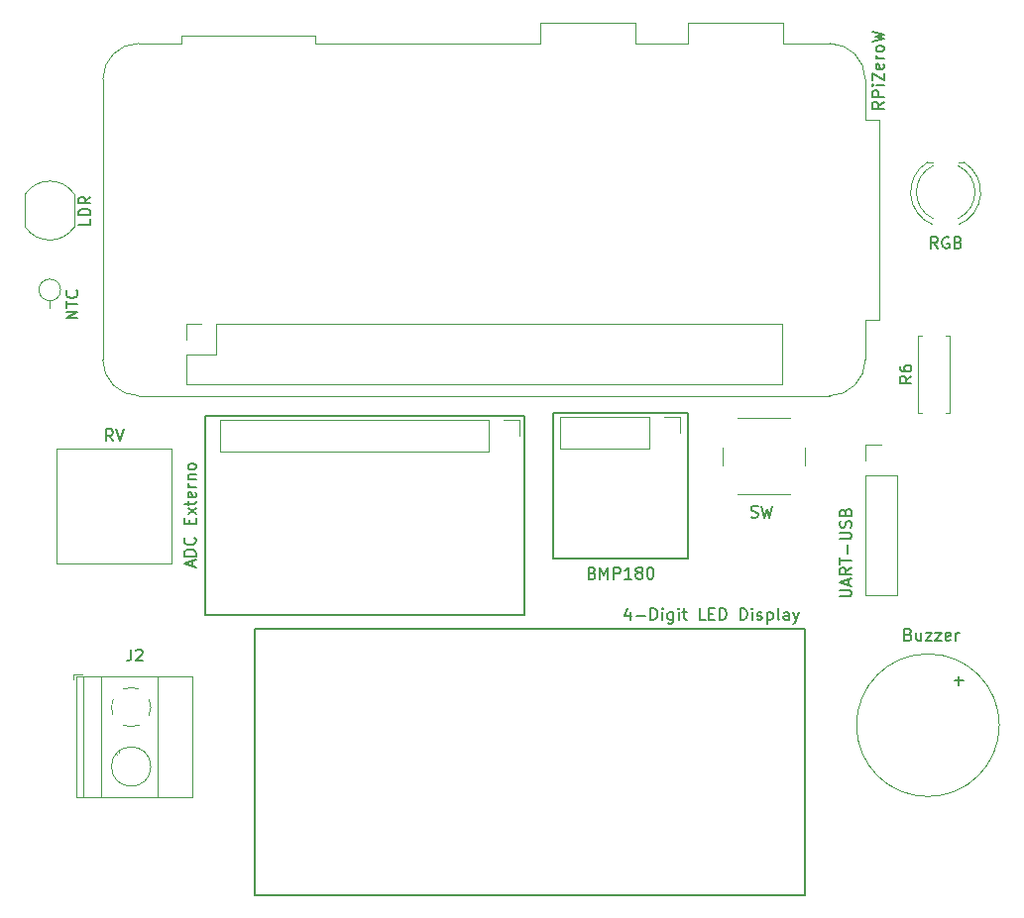
<source format=gbr>
%TF.GenerationSoftware,KiCad,Pcbnew,7.0.1-0*%
%TF.CreationDate,2023-12-26T23:08:58-03:00*%
%TF.ProjectId,rpizerow_kit_desarrollo,7270697a-6572-46f7-975f-6b69745f6465,2*%
%TF.SameCoordinates,Original*%
%TF.FileFunction,Legend,Top*%
%TF.FilePolarity,Positive*%
%FSLAX46Y46*%
G04 Gerber Fmt 4.6, Leading zero omitted, Abs format (unit mm)*
G04 Created by KiCad (PCBNEW 7.0.1-0) date 2023-12-26 23:08:58*
%MOMM*%
%LPD*%
G01*
G04 APERTURE LIST*
%ADD10C,0.150000*%
%ADD11C,0.120000*%
%ADD12O,1.600000X1.600000*%
%ADD13C,1.600000*%
%ADD14O,1.700000X1.700000*%
%ADD15R,1.700000X1.700000*%
%ADD16C,2.000000*%
%ADD17R,2.000000X2.000000*%
%ADD18C,1.440000*%
%ADD19O,1.400000X1.400000*%
%ADD20C,1.400000*%
%ADD21R,2.600000X2.600000*%
%ADD22C,2.600000*%
%ADD23C,1.700000*%
%ADD24R,1.800000X1.070000*%
%ADD25O,1.800000X1.070000*%
G04 APERTURE END LIST*
D10*
X51750000Y-57000000D02*
X79000000Y-57000000D01*
X79000000Y-74000000D01*
X51750000Y-74000000D01*
X51750000Y-57000000D01*
X81500000Y-56750000D02*
X93000000Y-56750000D01*
X93000000Y-69250000D01*
X81500000Y-69250000D01*
X81500000Y-56750000D01*
X56000000Y-75250000D02*
X103000000Y-75250000D01*
X103000000Y-98000000D01*
X56000000Y-98000000D01*
X56000000Y-75250000D01*
%TO.C,R6*%
X112077619Y-53626666D02*
X111601428Y-53959999D01*
X112077619Y-54198094D02*
X111077619Y-54198094D01*
X111077619Y-54198094D02*
X111077619Y-53817142D01*
X111077619Y-53817142D02*
X111125238Y-53721904D01*
X111125238Y-53721904D02*
X111172857Y-53674285D01*
X111172857Y-53674285D02*
X111268095Y-53626666D01*
X111268095Y-53626666D02*
X111410952Y-53626666D01*
X111410952Y-53626666D02*
X111506190Y-53674285D01*
X111506190Y-53674285D02*
X111553809Y-53721904D01*
X111553809Y-53721904D02*
X111601428Y-53817142D01*
X111601428Y-53817142D02*
X111601428Y-54198094D01*
X111077619Y-52769523D02*
X111077619Y-52959999D01*
X111077619Y-52959999D02*
X111125238Y-53055237D01*
X111125238Y-53055237D02*
X111172857Y-53102856D01*
X111172857Y-53102856D02*
X111315714Y-53198094D01*
X111315714Y-53198094D02*
X111506190Y-53245713D01*
X111506190Y-53245713D02*
X111887142Y-53245713D01*
X111887142Y-53245713D02*
X111982380Y-53198094D01*
X111982380Y-53198094D02*
X112030000Y-53150475D01*
X112030000Y-53150475D02*
X112077619Y-53055237D01*
X112077619Y-53055237D02*
X112077619Y-52864761D01*
X112077619Y-52864761D02*
X112030000Y-52769523D01*
X112030000Y-52769523D02*
X111982380Y-52721904D01*
X111982380Y-52721904D02*
X111887142Y-52674285D01*
X111887142Y-52674285D02*
X111649047Y-52674285D01*
X111649047Y-52674285D02*
X111553809Y-52721904D01*
X111553809Y-52721904D02*
X111506190Y-52769523D01*
X111506190Y-52769523D02*
X111458571Y-52864761D01*
X111458571Y-52864761D02*
X111458571Y-53055237D01*
X111458571Y-53055237D02*
X111506190Y-53150475D01*
X111506190Y-53150475D02*
X111553809Y-53198094D01*
X111553809Y-53198094D02*
X111649047Y-53245713D01*
%TO.C,ADC Externo*%
X50676904Y-69904762D02*
X50676904Y-69428572D01*
X50962619Y-70000000D02*
X49962619Y-69666667D01*
X49962619Y-69666667D02*
X50962619Y-69333334D01*
X50962619Y-69000000D02*
X49962619Y-69000000D01*
X49962619Y-69000000D02*
X49962619Y-68761905D01*
X49962619Y-68761905D02*
X50010238Y-68619048D01*
X50010238Y-68619048D02*
X50105476Y-68523810D01*
X50105476Y-68523810D02*
X50200714Y-68476191D01*
X50200714Y-68476191D02*
X50391190Y-68428572D01*
X50391190Y-68428572D02*
X50534047Y-68428572D01*
X50534047Y-68428572D02*
X50724523Y-68476191D01*
X50724523Y-68476191D02*
X50819761Y-68523810D01*
X50819761Y-68523810D02*
X50915000Y-68619048D01*
X50915000Y-68619048D02*
X50962619Y-68761905D01*
X50962619Y-68761905D02*
X50962619Y-69000000D01*
X50867380Y-67428572D02*
X50915000Y-67476191D01*
X50915000Y-67476191D02*
X50962619Y-67619048D01*
X50962619Y-67619048D02*
X50962619Y-67714286D01*
X50962619Y-67714286D02*
X50915000Y-67857143D01*
X50915000Y-67857143D02*
X50819761Y-67952381D01*
X50819761Y-67952381D02*
X50724523Y-68000000D01*
X50724523Y-68000000D02*
X50534047Y-68047619D01*
X50534047Y-68047619D02*
X50391190Y-68047619D01*
X50391190Y-68047619D02*
X50200714Y-68000000D01*
X50200714Y-68000000D02*
X50105476Y-67952381D01*
X50105476Y-67952381D02*
X50010238Y-67857143D01*
X50010238Y-67857143D02*
X49962619Y-67714286D01*
X49962619Y-67714286D02*
X49962619Y-67619048D01*
X49962619Y-67619048D02*
X50010238Y-67476191D01*
X50010238Y-67476191D02*
X50057857Y-67428572D01*
X50438809Y-66238095D02*
X50438809Y-65904762D01*
X50962619Y-65761905D02*
X50962619Y-66238095D01*
X50962619Y-66238095D02*
X49962619Y-66238095D01*
X49962619Y-66238095D02*
X49962619Y-65761905D01*
X50962619Y-65428571D02*
X50295952Y-64904762D01*
X50295952Y-65428571D02*
X50962619Y-64904762D01*
X50295952Y-64666666D02*
X50295952Y-64285714D01*
X49962619Y-64523809D02*
X50819761Y-64523809D01*
X50819761Y-64523809D02*
X50915000Y-64476190D01*
X50915000Y-64476190D02*
X50962619Y-64380952D01*
X50962619Y-64380952D02*
X50962619Y-64285714D01*
X50915000Y-63571428D02*
X50962619Y-63666666D01*
X50962619Y-63666666D02*
X50962619Y-63857142D01*
X50962619Y-63857142D02*
X50915000Y-63952380D01*
X50915000Y-63952380D02*
X50819761Y-63999999D01*
X50819761Y-63999999D02*
X50438809Y-63999999D01*
X50438809Y-63999999D02*
X50343571Y-63952380D01*
X50343571Y-63952380D02*
X50295952Y-63857142D01*
X50295952Y-63857142D02*
X50295952Y-63666666D01*
X50295952Y-63666666D02*
X50343571Y-63571428D01*
X50343571Y-63571428D02*
X50438809Y-63523809D01*
X50438809Y-63523809D02*
X50534047Y-63523809D01*
X50534047Y-63523809D02*
X50629285Y-63999999D01*
X50962619Y-63095237D02*
X50295952Y-63095237D01*
X50486428Y-63095237D02*
X50391190Y-63047618D01*
X50391190Y-63047618D02*
X50343571Y-62999999D01*
X50343571Y-62999999D02*
X50295952Y-62904761D01*
X50295952Y-62904761D02*
X50295952Y-62809523D01*
X50295952Y-62476189D02*
X50962619Y-62476189D01*
X50391190Y-62476189D02*
X50343571Y-62428570D01*
X50343571Y-62428570D02*
X50295952Y-62333332D01*
X50295952Y-62333332D02*
X50295952Y-62190475D01*
X50295952Y-62190475D02*
X50343571Y-62095237D01*
X50343571Y-62095237D02*
X50438809Y-62047618D01*
X50438809Y-62047618D02*
X50962619Y-62047618D01*
X50962619Y-61428570D02*
X50915000Y-61523808D01*
X50915000Y-61523808D02*
X50867380Y-61571427D01*
X50867380Y-61571427D02*
X50772142Y-61619046D01*
X50772142Y-61619046D02*
X50486428Y-61619046D01*
X50486428Y-61619046D02*
X50391190Y-61571427D01*
X50391190Y-61571427D02*
X50343571Y-61523808D01*
X50343571Y-61523808D02*
X50295952Y-61428570D01*
X50295952Y-61428570D02*
X50295952Y-61285713D01*
X50295952Y-61285713D02*
X50343571Y-61190475D01*
X50343571Y-61190475D02*
X50391190Y-61142856D01*
X50391190Y-61142856D02*
X50486428Y-61095237D01*
X50486428Y-61095237D02*
X50772142Y-61095237D01*
X50772142Y-61095237D02*
X50867380Y-61142856D01*
X50867380Y-61142856D02*
X50915000Y-61190475D01*
X50915000Y-61190475D02*
X50962619Y-61285713D01*
X50962619Y-61285713D02*
X50962619Y-61428570D01*
%TO.C,Buzzer*%
X111821428Y-75688809D02*
X111964285Y-75736428D01*
X111964285Y-75736428D02*
X112011904Y-75784047D01*
X112011904Y-75784047D02*
X112059523Y-75879285D01*
X112059523Y-75879285D02*
X112059523Y-76022142D01*
X112059523Y-76022142D02*
X112011904Y-76117380D01*
X112011904Y-76117380D02*
X111964285Y-76165000D01*
X111964285Y-76165000D02*
X111869047Y-76212619D01*
X111869047Y-76212619D02*
X111488095Y-76212619D01*
X111488095Y-76212619D02*
X111488095Y-75212619D01*
X111488095Y-75212619D02*
X111821428Y-75212619D01*
X111821428Y-75212619D02*
X111916666Y-75260238D01*
X111916666Y-75260238D02*
X111964285Y-75307857D01*
X111964285Y-75307857D02*
X112011904Y-75403095D01*
X112011904Y-75403095D02*
X112011904Y-75498333D01*
X112011904Y-75498333D02*
X111964285Y-75593571D01*
X111964285Y-75593571D02*
X111916666Y-75641190D01*
X111916666Y-75641190D02*
X111821428Y-75688809D01*
X111821428Y-75688809D02*
X111488095Y-75688809D01*
X112916666Y-75545952D02*
X112916666Y-76212619D01*
X112488095Y-75545952D02*
X112488095Y-76069761D01*
X112488095Y-76069761D02*
X112535714Y-76165000D01*
X112535714Y-76165000D02*
X112630952Y-76212619D01*
X112630952Y-76212619D02*
X112773809Y-76212619D01*
X112773809Y-76212619D02*
X112869047Y-76165000D01*
X112869047Y-76165000D02*
X112916666Y-76117380D01*
X113297619Y-75545952D02*
X113821428Y-75545952D01*
X113821428Y-75545952D02*
X113297619Y-76212619D01*
X113297619Y-76212619D02*
X113821428Y-76212619D01*
X114107143Y-75545952D02*
X114630952Y-75545952D01*
X114630952Y-75545952D02*
X114107143Y-76212619D01*
X114107143Y-76212619D02*
X114630952Y-76212619D01*
X115392857Y-76165000D02*
X115297619Y-76212619D01*
X115297619Y-76212619D02*
X115107143Y-76212619D01*
X115107143Y-76212619D02*
X115011905Y-76165000D01*
X115011905Y-76165000D02*
X114964286Y-76069761D01*
X114964286Y-76069761D02*
X114964286Y-75688809D01*
X114964286Y-75688809D02*
X115011905Y-75593571D01*
X115011905Y-75593571D02*
X115107143Y-75545952D01*
X115107143Y-75545952D02*
X115297619Y-75545952D01*
X115297619Y-75545952D02*
X115392857Y-75593571D01*
X115392857Y-75593571D02*
X115440476Y-75688809D01*
X115440476Y-75688809D02*
X115440476Y-75784047D01*
X115440476Y-75784047D02*
X114964286Y-75879285D01*
X115869048Y-76212619D02*
X115869048Y-75545952D01*
X115869048Y-75736428D02*
X115916667Y-75641190D01*
X115916667Y-75641190D02*
X115964286Y-75593571D01*
X115964286Y-75593571D02*
X116059524Y-75545952D01*
X116059524Y-75545952D02*
X116154762Y-75545952D01*
X116106666Y-80030951D02*
X116106666Y-79269047D01*
X116487619Y-79649999D02*
X115725714Y-79649999D01*
%TO.C,RV*%
X43865952Y-59157619D02*
X43532619Y-58681428D01*
X43294524Y-59157619D02*
X43294524Y-58157619D01*
X43294524Y-58157619D02*
X43675476Y-58157619D01*
X43675476Y-58157619D02*
X43770714Y-58205238D01*
X43770714Y-58205238D02*
X43818333Y-58252857D01*
X43818333Y-58252857D02*
X43865952Y-58348095D01*
X43865952Y-58348095D02*
X43865952Y-58490952D01*
X43865952Y-58490952D02*
X43818333Y-58586190D01*
X43818333Y-58586190D02*
X43770714Y-58633809D01*
X43770714Y-58633809D02*
X43675476Y-58681428D01*
X43675476Y-58681428D02*
X43294524Y-58681428D01*
X44151667Y-58157619D02*
X44485000Y-59157619D01*
X44485000Y-59157619D02*
X44818333Y-58157619D01*
%TO.C,NTC*%
X40867619Y-48676666D02*
X39867619Y-48676666D01*
X39867619Y-48676666D02*
X40867619Y-48105238D01*
X40867619Y-48105238D02*
X39867619Y-48105238D01*
X39867619Y-47771904D02*
X39867619Y-47200476D01*
X40867619Y-47486190D02*
X39867619Y-47486190D01*
X40772380Y-46295714D02*
X40820000Y-46343333D01*
X40820000Y-46343333D02*
X40867619Y-46486190D01*
X40867619Y-46486190D02*
X40867619Y-46581428D01*
X40867619Y-46581428D02*
X40820000Y-46724285D01*
X40820000Y-46724285D02*
X40724761Y-46819523D01*
X40724761Y-46819523D02*
X40629523Y-46867142D01*
X40629523Y-46867142D02*
X40439047Y-46914761D01*
X40439047Y-46914761D02*
X40296190Y-46914761D01*
X40296190Y-46914761D02*
X40105714Y-46867142D01*
X40105714Y-46867142D02*
X40010476Y-46819523D01*
X40010476Y-46819523D02*
X39915238Y-46724285D01*
X39915238Y-46724285D02*
X39867619Y-46581428D01*
X39867619Y-46581428D02*
X39867619Y-46486190D01*
X39867619Y-46486190D02*
X39915238Y-46343333D01*
X39915238Y-46343333D02*
X39962857Y-46295714D01*
%TO.C,SW*%
X98392857Y-65665000D02*
X98535714Y-65712619D01*
X98535714Y-65712619D02*
X98773809Y-65712619D01*
X98773809Y-65712619D02*
X98869047Y-65665000D01*
X98869047Y-65665000D02*
X98916666Y-65617380D01*
X98916666Y-65617380D02*
X98964285Y-65522142D01*
X98964285Y-65522142D02*
X98964285Y-65426904D01*
X98964285Y-65426904D02*
X98916666Y-65331666D01*
X98916666Y-65331666D02*
X98869047Y-65284047D01*
X98869047Y-65284047D02*
X98773809Y-65236428D01*
X98773809Y-65236428D02*
X98583333Y-65188809D01*
X98583333Y-65188809D02*
X98488095Y-65141190D01*
X98488095Y-65141190D02*
X98440476Y-65093571D01*
X98440476Y-65093571D02*
X98392857Y-64998333D01*
X98392857Y-64998333D02*
X98392857Y-64903095D01*
X98392857Y-64903095D02*
X98440476Y-64807857D01*
X98440476Y-64807857D02*
X98488095Y-64760238D01*
X98488095Y-64760238D02*
X98583333Y-64712619D01*
X98583333Y-64712619D02*
X98821428Y-64712619D01*
X98821428Y-64712619D02*
X98964285Y-64760238D01*
X99297619Y-64712619D02*
X99535714Y-65712619D01*
X99535714Y-65712619D02*
X99726190Y-64998333D01*
X99726190Y-64998333D02*
X99916666Y-65712619D01*
X99916666Y-65712619D02*
X100154762Y-64712619D01*
%TO.C,J2*%
X45416666Y-76962619D02*
X45416666Y-77676904D01*
X45416666Y-77676904D02*
X45369047Y-77819761D01*
X45369047Y-77819761D02*
X45273809Y-77915000D01*
X45273809Y-77915000D02*
X45130952Y-77962619D01*
X45130952Y-77962619D02*
X45035714Y-77962619D01*
X45845238Y-77057857D02*
X45892857Y-77010238D01*
X45892857Y-77010238D02*
X45988095Y-76962619D01*
X45988095Y-76962619D02*
X46226190Y-76962619D01*
X46226190Y-76962619D02*
X46321428Y-77010238D01*
X46321428Y-77010238D02*
X46369047Y-77057857D01*
X46369047Y-77057857D02*
X46416666Y-77153095D01*
X46416666Y-77153095D02*
X46416666Y-77248333D01*
X46416666Y-77248333D02*
X46369047Y-77391190D01*
X46369047Y-77391190D02*
X45797619Y-77962619D01*
X45797619Y-77962619D02*
X46416666Y-77962619D01*
%TO.C,4-Digit LED Display*%
X88047618Y-73795952D02*
X88047618Y-74462619D01*
X87809523Y-73415000D02*
X87571428Y-74129285D01*
X87571428Y-74129285D02*
X88190475Y-74129285D01*
X88571428Y-74081666D02*
X89333333Y-74081666D01*
X89809523Y-74462619D02*
X89809523Y-73462619D01*
X89809523Y-73462619D02*
X90047618Y-73462619D01*
X90047618Y-73462619D02*
X90190475Y-73510238D01*
X90190475Y-73510238D02*
X90285713Y-73605476D01*
X90285713Y-73605476D02*
X90333332Y-73700714D01*
X90333332Y-73700714D02*
X90380951Y-73891190D01*
X90380951Y-73891190D02*
X90380951Y-74034047D01*
X90380951Y-74034047D02*
X90333332Y-74224523D01*
X90333332Y-74224523D02*
X90285713Y-74319761D01*
X90285713Y-74319761D02*
X90190475Y-74415000D01*
X90190475Y-74415000D02*
X90047618Y-74462619D01*
X90047618Y-74462619D02*
X89809523Y-74462619D01*
X90809523Y-74462619D02*
X90809523Y-73795952D01*
X90809523Y-73462619D02*
X90761904Y-73510238D01*
X90761904Y-73510238D02*
X90809523Y-73557857D01*
X90809523Y-73557857D02*
X90857142Y-73510238D01*
X90857142Y-73510238D02*
X90809523Y-73462619D01*
X90809523Y-73462619D02*
X90809523Y-73557857D01*
X91714284Y-73795952D02*
X91714284Y-74605476D01*
X91714284Y-74605476D02*
X91666665Y-74700714D01*
X91666665Y-74700714D02*
X91619046Y-74748333D01*
X91619046Y-74748333D02*
X91523808Y-74795952D01*
X91523808Y-74795952D02*
X91380951Y-74795952D01*
X91380951Y-74795952D02*
X91285713Y-74748333D01*
X91714284Y-74415000D02*
X91619046Y-74462619D01*
X91619046Y-74462619D02*
X91428570Y-74462619D01*
X91428570Y-74462619D02*
X91333332Y-74415000D01*
X91333332Y-74415000D02*
X91285713Y-74367380D01*
X91285713Y-74367380D02*
X91238094Y-74272142D01*
X91238094Y-74272142D02*
X91238094Y-73986428D01*
X91238094Y-73986428D02*
X91285713Y-73891190D01*
X91285713Y-73891190D02*
X91333332Y-73843571D01*
X91333332Y-73843571D02*
X91428570Y-73795952D01*
X91428570Y-73795952D02*
X91619046Y-73795952D01*
X91619046Y-73795952D02*
X91714284Y-73843571D01*
X92190475Y-74462619D02*
X92190475Y-73795952D01*
X92190475Y-73462619D02*
X92142856Y-73510238D01*
X92142856Y-73510238D02*
X92190475Y-73557857D01*
X92190475Y-73557857D02*
X92238094Y-73510238D01*
X92238094Y-73510238D02*
X92190475Y-73462619D01*
X92190475Y-73462619D02*
X92190475Y-73557857D01*
X92523808Y-73795952D02*
X92904760Y-73795952D01*
X92666665Y-73462619D02*
X92666665Y-74319761D01*
X92666665Y-74319761D02*
X92714284Y-74415000D01*
X92714284Y-74415000D02*
X92809522Y-74462619D01*
X92809522Y-74462619D02*
X92904760Y-74462619D01*
X94476189Y-74462619D02*
X93999999Y-74462619D01*
X93999999Y-74462619D02*
X93999999Y-73462619D01*
X94809523Y-73938809D02*
X95142856Y-73938809D01*
X95285713Y-74462619D02*
X94809523Y-74462619D01*
X94809523Y-74462619D02*
X94809523Y-73462619D01*
X94809523Y-73462619D02*
X95285713Y-73462619D01*
X95714285Y-74462619D02*
X95714285Y-73462619D01*
X95714285Y-73462619D02*
X95952380Y-73462619D01*
X95952380Y-73462619D02*
X96095237Y-73510238D01*
X96095237Y-73510238D02*
X96190475Y-73605476D01*
X96190475Y-73605476D02*
X96238094Y-73700714D01*
X96238094Y-73700714D02*
X96285713Y-73891190D01*
X96285713Y-73891190D02*
X96285713Y-74034047D01*
X96285713Y-74034047D02*
X96238094Y-74224523D01*
X96238094Y-74224523D02*
X96190475Y-74319761D01*
X96190475Y-74319761D02*
X96095237Y-74415000D01*
X96095237Y-74415000D02*
X95952380Y-74462619D01*
X95952380Y-74462619D02*
X95714285Y-74462619D01*
X97476190Y-74462619D02*
X97476190Y-73462619D01*
X97476190Y-73462619D02*
X97714285Y-73462619D01*
X97714285Y-73462619D02*
X97857142Y-73510238D01*
X97857142Y-73510238D02*
X97952380Y-73605476D01*
X97952380Y-73605476D02*
X97999999Y-73700714D01*
X97999999Y-73700714D02*
X98047618Y-73891190D01*
X98047618Y-73891190D02*
X98047618Y-74034047D01*
X98047618Y-74034047D02*
X97999999Y-74224523D01*
X97999999Y-74224523D02*
X97952380Y-74319761D01*
X97952380Y-74319761D02*
X97857142Y-74415000D01*
X97857142Y-74415000D02*
X97714285Y-74462619D01*
X97714285Y-74462619D02*
X97476190Y-74462619D01*
X98476190Y-74462619D02*
X98476190Y-73795952D01*
X98476190Y-73462619D02*
X98428571Y-73510238D01*
X98428571Y-73510238D02*
X98476190Y-73557857D01*
X98476190Y-73557857D02*
X98523809Y-73510238D01*
X98523809Y-73510238D02*
X98476190Y-73462619D01*
X98476190Y-73462619D02*
X98476190Y-73557857D01*
X98904761Y-74415000D02*
X98999999Y-74462619D01*
X98999999Y-74462619D02*
X99190475Y-74462619D01*
X99190475Y-74462619D02*
X99285713Y-74415000D01*
X99285713Y-74415000D02*
X99333332Y-74319761D01*
X99333332Y-74319761D02*
X99333332Y-74272142D01*
X99333332Y-74272142D02*
X99285713Y-74176904D01*
X99285713Y-74176904D02*
X99190475Y-74129285D01*
X99190475Y-74129285D02*
X99047618Y-74129285D01*
X99047618Y-74129285D02*
X98952380Y-74081666D01*
X98952380Y-74081666D02*
X98904761Y-73986428D01*
X98904761Y-73986428D02*
X98904761Y-73938809D01*
X98904761Y-73938809D02*
X98952380Y-73843571D01*
X98952380Y-73843571D02*
X99047618Y-73795952D01*
X99047618Y-73795952D02*
X99190475Y-73795952D01*
X99190475Y-73795952D02*
X99285713Y-73843571D01*
X99761904Y-73795952D02*
X99761904Y-74795952D01*
X99761904Y-73843571D02*
X99857142Y-73795952D01*
X99857142Y-73795952D02*
X100047618Y-73795952D01*
X100047618Y-73795952D02*
X100142856Y-73843571D01*
X100142856Y-73843571D02*
X100190475Y-73891190D01*
X100190475Y-73891190D02*
X100238094Y-73986428D01*
X100238094Y-73986428D02*
X100238094Y-74272142D01*
X100238094Y-74272142D02*
X100190475Y-74367380D01*
X100190475Y-74367380D02*
X100142856Y-74415000D01*
X100142856Y-74415000D02*
X100047618Y-74462619D01*
X100047618Y-74462619D02*
X99857142Y-74462619D01*
X99857142Y-74462619D02*
X99761904Y-74415000D01*
X100809523Y-74462619D02*
X100714285Y-74415000D01*
X100714285Y-74415000D02*
X100666666Y-74319761D01*
X100666666Y-74319761D02*
X100666666Y-73462619D01*
X101619047Y-74462619D02*
X101619047Y-73938809D01*
X101619047Y-73938809D02*
X101571428Y-73843571D01*
X101571428Y-73843571D02*
X101476190Y-73795952D01*
X101476190Y-73795952D02*
X101285714Y-73795952D01*
X101285714Y-73795952D02*
X101190476Y-73843571D01*
X101619047Y-74415000D02*
X101523809Y-74462619D01*
X101523809Y-74462619D02*
X101285714Y-74462619D01*
X101285714Y-74462619D02*
X101190476Y-74415000D01*
X101190476Y-74415000D02*
X101142857Y-74319761D01*
X101142857Y-74319761D02*
X101142857Y-74224523D01*
X101142857Y-74224523D02*
X101190476Y-74129285D01*
X101190476Y-74129285D02*
X101285714Y-74081666D01*
X101285714Y-74081666D02*
X101523809Y-74081666D01*
X101523809Y-74081666D02*
X101619047Y-74034047D01*
X102000000Y-73795952D02*
X102238095Y-74462619D01*
X102476190Y-73795952D02*
X102238095Y-74462619D01*
X102238095Y-74462619D02*
X102142857Y-74700714D01*
X102142857Y-74700714D02*
X102095238Y-74748333D01*
X102095238Y-74748333D02*
X102000000Y-74795952D01*
%TO.C,RGB*%
X114309523Y-42712619D02*
X113976190Y-42236428D01*
X113738095Y-42712619D02*
X113738095Y-41712619D01*
X113738095Y-41712619D02*
X114119047Y-41712619D01*
X114119047Y-41712619D02*
X114214285Y-41760238D01*
X114214285Y-41760238D02*
X114261904Y-41807857D01*
X114261904Y-41807857D02*
X114309523Y-41903095D01*
X114309523Y-41903095D02*
X114309523Y-42045952D01*
X114309523Y-42045952D02*
X114261904Y-42141190D01*
X114261904Y-42141190D02*
X114214285Y-42188809D01*
X114214285Y-42188809D02*
X114119047Y-42236428D01*
X114119047Y-42236428D02*
X113738095Y-42236428D01*
X115261904Y-41760238D02*
X115166666Y-41712619D01*
X115166666Y-41712619D02*
X115023809Y-41712619D01*
X115023809Y-41712619D02*
X114880952Y-41760238D01*
X114880952Y-41760238D02*
X114785714Y-41855476D01*
X114785714Y-41855476D02*
X114738095Y-41950714D01*
X114738095Y-41950714D02*
X114690476Y-42141190D01*
X114690476Y-42141190D02*
X114690476Y-42284047D01*
X114690476Y-42284047D02*
X114738095Y-42474523D01*
X114738095Y-42474523D02*
X114785714Y-42569761D01*
X114785714Y-42569761D02*
X114880952Y-42665000D01*
X114880952Y-42665000D02*
X115023809Y-42712619D01*
X115023809Y-42712619D02*
X115119047Y-42712619D01*
X115119047Y-42712619D02*
X115261904Y-42665000D01*
X115261904Y-42665000D02*
X115309523Y-42617380D01*
X115309523Y-42617380D02*
X115309523Y-42284047D01*
X115309523Y-42284047D02*
X115119047Y-42284047D01*
X116071428Y-42188809D02*
X116214285Y-42236428D01*
X116214285Y-42236428D02*
X116261904Y-42284047D01*
X116261904Y-42284047D02*
X116309523Y-42379285D01*
X116309523Y-42379285D02*
X116309523Y-42522142D01*
X116309523Y-42522142D02*
X116261904Y-42617380D01*
X116261904Y-42617380D02*
X116214285Y-42665000D01*
X116214285Y-42665000D02*
X116119047Y-42712619D01*
X116119047Y-42712619D02*
X115738095Y-42712619D01*
X115738095Y-42712619D02*
X115738095Y-41712619D01*
X115738095Y-41712619D02*
X116071428Y-41712619D01*
X116071428Y-41712619D02*
X116166666Y-41760238D01*
X116166666Y-41760238D02*
X116214285Y-41807857D01*
X116214285Y-41807857D02*
X116261904Y-41903095D01*
X116261904Y-41903095D02*
X116261904Y-41998333D01*
X116261904Y-41998333D02*
X116214285Y-42093571D01*
X116214285Y-42093571D02*
X116166666Y-42141190D01*
X116166666Y-42141190D02*
X116071428Y-42188809D01*
X116071428Y-42188809D02*
X115738095Y-42188809D01*
%TO.C,BMP180*%
X84821428Y-70438809D02*
X84964285Y-70486428D01*
X84964285Y-70486428D02*
X85011904Y-70534047D01*
X85011904Y-70534047D02*
X85059523Y-70629285D01*
X85059523Y-70629285D02*
X85059523Y-70772142D01*
X85059523Y-70772142D02*
X85011904Y-70867380D01*
X85011904Y-70867380D02*
X84964285Y-70915000D01*
X84964285Y-70915000D02*
X84869047Y-70962619D01*
X84869047Y-70962619D02*
X84488095Y-70962619D01*
X84488095Y-70962619D02*
X84488095Y-69962619D01*
X84488095Y-69962619D02*
X84821428Y-69962619D01*
X84821428Y-69962619D02*
X84916666Y-70010238D01*
X84916666Y-70010238D02*
X84964285Y-70057857D01*
X84964285Y-70057857D02*
X85011904Y-70153095D01*
X85011904Y-70153095D02*
X85011904Y-70248333D01*
X85011904Y-70248333D02*
X84964285Y-70343571D01*
X84964285Y-70343571D02*
X84916666Y-70391190D01*
X84916666Y-70391190D02*
X84821428Y-70438809D01*
X84821428Y-70438809D02*
X84488095Y-70438809D01*
X85488095Y-70962619D02*
X85488095Y-69962619D01*
X85488095Y-69962619D02*
X85821428Y-70676904D01*
X85821428Y-70676904D02*
X86154761Y-69962619D01*
X86154761Y-69962619D02*
X86154761Y-70962619D01*
X86630952Y-70962619D02*
X86630952Y-69962619D01*
X86630952Y-69962619D02*
X87011904Y-69962619D01*
X87011904Y-69962619D02*
X87107142Y-70010238D01*
X87107142Y-70010238D02*
X87154761Y-70057857D01*
X87154761Y-70057857D02*
X87202380Y-70153095D01*
X87202380Y-70153095D02*
X87202380Y-70295952D01*
X87202380Y-70295952D02*
X87154761Y-70391190D01*
X87154761Y-70391190D02*
X87107142Y-70438809D01*
X87107142Y-70438809D02*
X87011904Y-70486428D01*
X87011904Y-70486428D02*
X86630952Y-70486428D01*
X88154761Y-70962619D02*
X87583333Y-70962619D01*
X87869047Y-70962619D02*
X87869047Y-69962619D01*
X87869047Y-69962619D02*
X87773809Y-70105476D01*
X87773809Y-70105476D02*
X87678571Y-70200714D01*
X87678571Y-70200714D02*
X87583333Y-70248333D01*
X88726190Y-70391190D02*
X88630952Y-70343571D01*
X88630952Y-70343571D02*
X88583333Y-70295952D01*
X88583333Y-70295952D02*
X88535714Y-70200714D01*
X88535714Y-70200714D02*
X88535714Y-70153095D01*
X88535714Y-70153095D02*
X88583333Y-70057857D01*
X88583333Y-70057857D02*
X88630952Y-70010238D01*
X88630952Y-70010238D02*
X88726190Y-69962619D01*
X88726190Y-69962619D02*
X88916666Y-69962619D01*
X88916666Y-69962619D02*
X89011904Y-70010238D01*
X89011904Y-70010238D02*
X89059523Y-70057857D01*
X89059523Y-70057857D02*
X89107142Y-70153095D01*
X89107142Y-70153095D02*
X89107142Y-70200714D01*
X89107142Y-70200714D02*
X89059523Y-70295952D01*
X89059523Y-70295952D02*
X89011904Y-70343571D01*
X89011904Y-70343571D02*
X88916666Y-70391190D01*
X88916666Y-70391190D02*
X88726190Y-70391190D01*
X88726190Y-70391190D02*
X88630952Y-70438809D01*
X88630952Y-70438809D02*
X88583333Y-70486428D01*
X88583333Y-70486428D02*
X88535714Y-70581666D01*
X88535714Y-70581666D02*
X88535714Y-70772142D01*
X88535714Y-70772142D02*
X88583333Y-70867380D01*
X88583333Y-70867380D02*
X88630952Y-70915000D01*
X88630952Y-70915000D02*
X88726190Y-70962619D01*
X88726190Y-70962619D02*
X88916666Y-70962619D01*
X88916666Y-70962619D02*
X89011904Y-70915000D01*
X89011904Y-70915000D02*
X89059523Y-70867380D01*
X89059523Y-70867380D02*
X89107142Y-70772142D01*
X89107142Y-70772142D02*
X89107142Y-70581666D01*
X89107142Y-70581666D02*
X89059523Y-70486428D01*
X89059523Y-70486428D02*
X89011904Y-70438809D01*
X89011904Y-70438809D02*
X88916666Y-70391190D01*
X89726190Y-69962619D02*
X89821428Y-69962619D01*
X89821428Y-69962619D02*
X89916666Y-70010238D01*
X89916666Y-70010238D02*
X89964285Y-70057857D01*
X89964285Y-70057857D02*
X90011904Y-70153095D01*
X90011904Y-70153095D02*
X90059523Y-70343571D01*
X90059523Y-70343571D02*
X90059523Y-70581666D01*
X90059523Y-70581666D02*
X90011904Y-70772142D01*
X90011904Y-70772142D02*
X89964285Y-70867380D01*
X89964285Y-70867380D02*
X89916666Y-70915000D01*
X89916666Y-70915000D02*
X89821428Y-70962619D01*
X89821428Y-70962619D02*
X89726190Y-70962619D01*
X89726190Y-70962619D02*
X89630952Y-70915000D01*
X89630952Y-70915000D02*
X89583333Y-70867380D01*
X89583333Y-70867380D02*
X89535714Y-70772142D01*
X89535714Y-70772142D02*
X89488095Y-70581666D01*
X89488095Y-70581666D02*
X89488095Y-70343571D01*
X89488095Y-70343571D02*
X89535714Y-70153095D01*
X89535714Y-70153095D02*
X89583333Y-70057857D01*
X89583333Y-70057857D02*
X89630952Y-70010238D01*
X89630952Y-70010238D02*
X89726190Y-69962619D01*
%TO.C,RPiZeroW*%
X109712619Y-30166666D02*
X109236428Y-30499999D01*
X109712619Y-30738094D02*
X108712619Y-30738094D01*
X108712619Y-30738094D02*
X108712619Y-30357142D01*
X108712619Y-30357142D02*
X108760238Y-30261904D01*
X108760238Y-30261904D02*
X108807857Y-30214285D01*
X108807857Y-30214285D02*
X108903095Y-30166666D01*
X108903095Y-30166666D02*
X109045952Y-30166666D01*
X109045952Y-30166666D02*
X109141190Y-30214285D01*
X109141190Y-30214285D02*
X109188809Y-30261904D01*
X109188809Y-30261904D02*
X109236428Y-30357142D01*
X109236428Y-30357142D02*
X109236428Y-30738094D01*
X109712619Y-29738094D02*
X108712619Y-29738094D01*
X108712619Y-29738094D02*
X108712619Y-29357142D01*
X108712619Y-29357142D02*
X108760238Y-29261904D01*
X108760238Y-29261904D02*
X108807857Y-29214285D01*
X108807857Y-29214285D02*
X108903095Y-29166666D01*
X108903095Y-29166666D02*
X109045952Y-29166666D01*
X109045952Y-29166666D02*
X109141190Y-29214285D01*
X109141190Y-29214285D02*
X109188809Y-29261904D01*
X109188809Y-29261904D02*
X109236428Y-29357142D01*
X109236428Y-29357142D02*
X109236428Y-29738094D01*
X109712619Y-28738094D02*
X109045952Y-28738094D01*
X108712619Y-28738094D02*
X108760238Y-28785713D01*
X108760238Y-28785713D02*
X108807857Y-28738094D01*
X108807857Y-28738094D02*
X108760238Y-28690475D01*
X108760238Y-28690475D02*
X108712619Y-28738094D01*
X108712619Y-28738094D02*
X108807857Y-28738094D01*
X108712619Y-28357142D02*
X108712619Y-27690476D01*
X108712619Y-27690476D02*
X109712619Y-28357142D01*
X109712619Y-28357142D02*
X109712619Y-27690476D01*
X109665000Y-26928571D02*
X109712619Y-27023809D01*
X109712619Y-27023809D02*
X109712619Y-27214285D01*
X109712619Y-27214285D02*
X109665000Y-27309523D01*
X109665000Y-27309523D02*
X109569761Y-27357142D01*
X109569761Y-27357142D02*
X109188809Y-27357142D01*
X109188809Y-27357142D02*
X109093571Y-27309523D01*
X109093571Y-27309523D02*
X109045952Y-27214285D01*
X109045952Y-27214285D02*
X109045952Y-27023809D01*
X109045952Y-27023809D02*
X109093571Y-26928571D01*
X109093571Y-26928571D02*
X109188809Y-26880952D01*
X109188809Y-26880952D02*
X109284047Y-26880952D01*
X109284047Y-26880952D02*
X109379285Y-27357142D01*
X109712619Y-26452380D02*
X109045952Y-26452380D01*
X109236428Y-26452380D02*
X109141190Y-26404761D01*
X109141190Y-26404761D02*
X109093571Y-26357142D01*
X109093571Y-26357142D02*
X109045952Y-26261904D01*
X109045952Y-26261904D02*
X109045952Y-26166666D01*
X109712619Y-25690475D02*
X109665000Y-25785713D01*
X109665000Y-25785713D02*
X109617380Y-25833332D01*
X109617380Y-25833332D02*
X109522142Y-25880951D01*
X109522142Y-25880951D02*
X109236428Y-25880951D01*
X109236428Y-25880951D02*
X109141190Y-25833332D01*
X109141190Y-25833332D02*
X109093571Y-25785713D01*
X109093571Y-25785713D02*
X109045952Y-25690475D01*
X109045952Y-25690475D02*
X109045952Y-25547618D01*
X109045952Y-25547618D02*
X109093571Y-25452380D01*
X109093571Y-25452380D02*
X109141190Y-25404761D01*
X109141190Y-25404761D02*
X109236428Y-25357142D01*
X109236428Y-25357142D02*
X109522142Y-25357142D01*
X109522142Y-25357142D02*
X109617380Y-25404761D01*
X109617380Y-25404761D02*
X109665000Y-25452380D01*
X109665000Y-25452380D02*
X109712619Y-25547618D01*
X109712619Y-25547618D02*
X109712619Y-25690475D01*
X108712619Y-25023808D02*
X109712619Y-24785713D01*
X109712619Y-24785713D02*
X108998333Y-24595237D01*
X108998333Y-24595237D02*
X109712619Y-24404761D01*
X109712619Y-24404761D02*
X108712619Y-24166666D01*
%TO.C,UART-USB*%
X105962619Y-72464285D02*
X106772142Y-72464285D01*
X106772142Y-72464285D02*
X106867380Y-72416666D01*
X106867380Y-72416666D02*
X106915000Y-72369047D01*
X106915000Y-72369047D02*
X106962619Y-72273809D01*
X106962619Y-72273809D02*
X106962619Y-72083333D01*
X106962619Y-72083333D02*
X106915000Y-71988095D01*
X106915000Y-71988095D02*
X106867380Y-71940476D01*
X106867380Y-71940476D02*
X106772142Y-71892857D01*
X106772142Y-71892857D02*
X105962619Y-71892857D01*
X106676904Y-71464285D02*
X106676904Y-70988095D01*
X106962619Y-71559523D02*
X105962619Y-71226190D01*
X105962619Y-71226190D02*
X106962619Y-70892857D01*
X106962619Y-69988095D02*
X106486428Y-70321428D01*
X106962619Y-70559523D02*
X105962619Y-70559523D01*
X105962619Y-70559523D02*
X105962619Y-70178571D01*
X105962619Y-70178571D02*
X106010238Y-70083333D01*
X106010238Y-70083333D02*
X106057857Y-70035714D01*
X106057857Y-70035714D02*
X106153095Y-69988095D01*
X106153095Y-69988095D02*
X106295952Y-69988095D01*
X106295952Y-69988095D02*
X106391190Y-70035714D01*
X106391190Y-70035714D02*
X106438809Y-70083333D01*
X106438809Y-70083333D02*
X106486428Y-70178571D01*
X106486428Y-70178571D02*
X106486428Y-70559523D01*
X105962619Y-69702380D02*
X105962619Y-69130952D01*
X106962619Y-69416666D02*
X105962619Y-69416666D01*
X106581666Y-68797618D02*
X106581666Y-68035714D01*
X105962619Y-67559523D02*
X106772142Y-67559523D01*
X106772142Y-67559523D02*
X106867380Y-67511904D01*
X106867380Y-67511904D02*
X106915000Y-67464285D01*
X106915000Y-67464285D02*
X106962619Y-67369047D01*
X106962619Y-67369047D02*
X106962619Y-67178571D01*
X106962619Y-67178571D02*
X106915000Y-67083333D01*
X106915000Y-67083333D02*
X106867380Y-67035714D01*
X106867380Y-67035714D02*
X106772142Y-66988095D01*
X106772142Y-66988095D02*
X105962619Y-66988095D01*
X106915000Y-66559523D02*
X106962619Y-66416666D01*
X106962619Y-66416666D02*
X106962619Y-66178571D01*
X106962619Y-66178571D02*
X106915000Y-66083333D01*
X106915000Y-66083333D02*
X106867380Y-66035714D01*
X106867380Y-66035714D02*
X106772142Y-65988095D01*
X106772142Y-65988095D02*
X106676904Y-65988095D01*
X106676904Y-65988095D02*
X106581666Y-66035714D01*
X106581666Y-66035714D02*
X106534047Y-66083333D01*
X106534047Y-66083333D02*
X106486428Y-66178571D01*
X106486428Y-66178571D02*
X106438809Y-66369047D01*
X106438809Y-66369047D02*
X106391190Y-66464285D01*
X106391190Y-66464285D02*
X106343571Y-66511904D01*
X106343571Y-66511904D02*
X106248333Y-66559523D01*
X106248333Y-66559523D02*
X106153095Y-66559523D01*
X106153095Y-66559523D02*
X106057857Y-66511904D01*
X106057857Y-66511904D02*
X106010238Y-66464285D01*
X106010238Y-66464285D02*
X105962619Y-66369047D01*
X105962619Y-66369047D02*
X105962619Y-66130952D01*
X105962619Y-66130952D02*
X106010238Y-65988095D01*
X106438809Y-65226190D02*
X106486428Y-65083333D01*
X106486428Y-65083333D02*
X106534047Y-65035714D01*
X106534047Y-65035714D02*
X106629285Y-64988095D01*
X106629285Y-64988095D02*
X106772142Y-64988095D01*
X106772142Y-64988095D02*
X106867380Y-65035714D01*
X106867380Y-65035714D02*
X106915000Y-65083333D01*
X106915000Y-65083333D02*
X106962619Y-65178571D01*
X106962619Y-65178571D02*
X106962619Y-65559523D01*
X106962619Y-65559523D02*
X105962619Y-65559523D01*
X105962619Y-65559523D02*
X105962619Y-65226190D01*
X105962619Y-65226190D02*
X106010238Y-65130952D01*
X106010238Y-65130952D02*
X106057857Y-65083333D01*
X106057857Y-65083333D02*
X106153095Y-65035714D01*
X106153095Y-65035714D02*
X106248333Y-65035714D01*
X106248333Y-65035714D02*
X106343571Y-65083333D01*
X106343571Y-65083333D02*
X106391190Y-65130952D01*
X106391190Y-65130952D02*
X106438809Y-65226190D01*
X106438809Y-65226190D02*
X106438809Y-65559523D01*
%TO.C,LDR*%
X41962619Y-40190476D02*
X41962619Y-40666666D01*
X41962619Y-40666666D02*
X40962619Y-40666666D01*
X41962619Y-39857142D02*
X40962619Y-39857142D01*
X40962619Y-39857142D02*
X40962619Y-39619047D01*
X40962619Y-39619047D02*
X41010238Y-39476190D01*
X41010238Y-39476190D02*
X41105476Y-39380952D01*
X41105476Y-39380952D02*
X41200714Y-39333333D01*
X41200714Y-39333333D02*
X41391190Y-39285714D01*
X41391190Y-39285714D02*
X41534047Y-39285714D01*
X41534047Y-39285714D02*
X41724523Y-39333333D01*
X41724523Y-39333333D02*
X41819761Y-39380952D01*
X41819761Y-39380952D02*
X41915000Y-39476190D01*
X41915000Y-39476190D02*
X41962619Y-39619047D01*
X41962619Y-39619047D02*
X41962619Y-39857142D01*
X41962619Y-38285714D02*
X41486428Y-38619047D01*
X41962619Y-38857142D02*
X40962619Y-38857142D01*
X40962619Y-38857142D02*
X40962619Y-38476190D01*
X40962619Y-38476190D02*
X41010238Y-38380952D01*
X41010238Y-38380952D02*
X41057857Y-38333333D01*
X41057857Y-38333333D02*
X41153095Y-38285714D01*
X41153095Y-38285714D02*
X41295952Y-38285714D01*
X41295952Y-38285714D02*
X41391190Y-38333333D01*
X41391190Y-38333333D02*
X41438809Y-38380952D01*
X41438809Y-38380952D02*
X41486428Y-38476190D01*
X41486428Y-38476190D02*
X41486428Y-38857142D01*
D11*
%TO.C,R6*%
X115355000Y-50190000D02*
X115025000Y-50190000D01*
X112615000Y-50190000D02*
X112945000Y-50190000D01*
X115355000Y-56730000D02*
X115355000Y-50190000D01*
X115025000Y-56730000D02*
X115355000Y-56730000D01*
X112945000Y-56730000D02*
X112615000Y-56730000D01*
X112615000Y-56730000D02*
X112615000Y-50190000D01*
%TO.C,ADC Externo*%
X75957500Y-60047500D02*
X53037500Y-60047500D01*
X53037500Y-57387500D02*
X53037500Y-60047500D01*
X75957500Y-57387500D02*
X75957500Y-60047500D01*
X75957500Y-57387500D02*
X53037500Y-57387500D01*
X77227500Y-57387500D02*
X78557500Y-57387500D01*
X78557500Y-57387500D02*
X78557500Y-58717500D01*
%TO.C,Buzzer*%
X119585000Y-83460000D02*
G75*
G03*
X119585000Y-83460000I-6100000J0D01*
G01*
%TO.C,RV*%
X48870000Y-59825000D02*
X48870000Y-69595000D01*
X39100000Y-69595000D02*
X48870000Y-69595000D01*
X39100000Y-59825000D02*
X48870000Y-59825000D01*
X39100000Y-59825000D02*
X39100000Y-69595000D01*
%TO.C,NTC*%
X39405000Y-46240000D02*
G75*
G03*
X39405000Y-46240000I-920000J0D01*
G01*
X38485000Y-47160000D02*
X38485000Y-47780000D01*
%TO.C,SW*%
X102985000Y-61210000D02*
X102985000Y-59710000D01*
X101735000Y-57210000D02*
X97235000Y-57210000D01*
X97235000Y-63710000D02*
X101735000Y-63710000D01*
X95985000Y-59710000D02*
X95985000Y-61210000D01*
%TO.C,J2*%
X47110000Y-86995000D02*
G75*
G03*
X47110000Y-86995000I-1680000J0D01*
G01*
X44746000Y-83450000D02*
G75*
G03*
X46113042Y-83450426I684000J1535000D01*
G01*
X43750001Y-81915000D02*
G75*
G03*
X43895245Y-82598318I1679999J0D01*
G01*
X43895001Y-81231000D02*
G75*
G03*
X43749748Y-81943805I1535000J-683999D01*
G01*
X46964999Y-82598999D02*
G75*
G03*
X46965426Y-81231958I-1534992J684000D01*
G01*
X46113999Y-80380001D02*
G75*
G03*
X44746958Y-80379574I-684000J-1534992D01*
G01*
X50691000Y-89595000D02*
X40770000Y-89595000D01*
X46499000Y-88270000D02*
X46453000Y-88223000D01*
X46705000Y-88065000D02*
X46669000Y-88030000D01*
X44191000Y-85961000D02*
X44156000Y-85926000D01*
X44407000Y-85768000D02*
X44361000Y-85721000D01*
X40770000Y-79315000D02*
X40770000Y-89595000D01*
X41330000Y-79315000D02*
X41330000Y-89595000D01*
X42830000Y-79315000D02*
X42830000Y-89595000D01*
X47731000Y-79315000D02*
X47731000Y-89595000D01*
X50691000Y-79315000D02*
X50691000Y-89595000D01*
X50691000Y-79315000D02*
X40770000Y-79315000D01*
X40530000Y-79075000D02*
X40530000Y-79575000D01*
X41270000Y-79075000D02*
X40530000Y-79075000D01*
%TO.C,RGB*%
X113455170Y-35325001D02*
G75*
G03*
X113919173Y-40672814I1544830J-2559999D01*
G01*
X113920000Y-35630316D02*
G75*
G03*
X113919571Y-40139479I1080000J-2254684D01*
G01*
X116080428Y-40139478D02*
G75*
G03*
X116080000Y-35630317I-1080428J2254478D01*
G01*
X116080827Y-40672814D02*
G75*
G03*
X116544830Y-35325001I-1080827J2787814D01*
G01*
X113920000Y-35325000D02*
X113455000Y-35325000D01*
X116545000Y-35325000D02*
X116080000Y-35325000D01*
%TO.C,BMP180*%
X89715000Y-59790000D02*
X82035000Y-59790000D01*
X82035000Y-57130000D02*
X82035000Y-59790000D01*
X89715000Y-57130000D02*
X89715000Y-59790000D01*
X89715000Y-57130000D02*
X82035000Y-57130000D01*
X90985000Y-57130000D02*
X92315000Y-57130000D01*
X92315000Y-57130000D02*
X92315000Y-58460000D01*
%TO.C,RPiZeroW*%
X43015000Y-52230000D02*
G75*
G03*
X46075000Y-55290000I3060000J0D01*
G01*
X105075000Y-55290000D02*
G75*
G03*
X108135000Y-52230000I0J3060000D01*
G01*
X46075000Y-25170000D02*
G75*
G03*
X43015000Y-28230000I-1J-3059999D01*
G01*
X108135000Y-28230000D02*
G75*
G03*
X105075000Y-25170000I-3059999J1D01*
G01*
X105075000Y-55290000D02*
X46075000Y-55290000D01*
X50115000Y-54330000D02*
X101035000Y-54330000D01*
X50115000Y-54330000D02*
X50115000Y-51730000D01*
X101035000Y-54330000D02*
X101035000Y-49130000D01*
X43015000Y-52230000D02*
X43015000Y-28230000D01*
X50115000Y-51730000D02*
X52715000Y-51730000D01*
X52715000Y-51730000D02*
X52715000Y-49130000D01*
X50115000Y-50460000D02*
X50115000Y-49130000D01*
X50115000Y-49130000D02*
X51445000Y-49130000D01*
X52715000Y-49130000D02*
X101035000Y-49130000D01*
X108135000Y-48790000D02*
X108135000Y-52230000D01*
X108135000Y-48790000D02*
X109335000Y-48790000D01*
X109335000Y-48790000D02*
X109335000Y-31670000D01*
X108135000Y-31670000D02*
X108135000Y-28230000D01*
X109335000Y-31670000D02*
X108135000Y-31670000D01*
X49765000Y-25170000D02*
X46075000Y-25170000D01*
X61185000Y-25170000D02*
X61185000Y-24470000D01*
X80415000Y-25170000D02*
X61185000Y-25170000D01*
X88535000Y-25170000D02*
X88535000Y-23370000D01*
X93015000Y-25170000D02*
X88535000Y-25170000D01*
X101135000Y-25170000D02*
X101135000Y-23370000D01*
X105075000Y-25170000D02*
X101135000Y-25170000D01*
X49765000Y-24470000D02*
X49765000Y-25170000D01*
X61185000Y-24470000D02*
X49765000Y-24470000D01*
X80415000Y-23370000D02*
X80415000Y-25170000D01*
X88535000Y-23370000D02*
X80415000Y-23370000D01*
X93015000Y-23370000D02*
X93015000Y-25170000D01*
X101135000Y-23370000D02*
X93015000Y-23370000D01*
%TO.C,UART-USB*%
X110815000Y-62110000D02*
X110815000Y-72330000D01*
X108155000Y-72330000D02*
X110815000Y-72330000D01*
X108155000Y-62110000D02*
X110815000Y-62110000D01*
X108155000Y-62110000D02*
X108155000Y-72330000D01*
X108155000Y-60840000D02*
X108155000Y-59510000D01*
X108155000Y-59510000D02*
X109485000Y-59510000D01*
%TO.C,LDR*%
X40594241Y-38073964D02*
G75*
G03*
X36385001Y-38060000I-2109241J-1386036D01*
G01*
X36375759Y-40846036D02*
G75*
G03*
X40584999Y-40860000I2109241J1386036D01*
G01*
X40585000Y-40860000D02*
X40585000Y-38060000D01*
X36385000Y-40860000D02*
X36385000Y-38060000D01*
%TD*%
%LPC*%
D12*
%TO.C,R6*%
X113985000Y-49650000D03*
D13*
X113985000Y-57270000D03*
%TD*%
D14*
%TO.C,ADC Externo*%
X72147500Y-58717500D03*
X69607500Y-58717500D03*
D15*
X77227500Y-58717500D03*
D14*
X54367500Y-58717500D03*
X56907500Y-58717500D03*
X59447500Y-58717500D03*
X61987500Y-58717500D03*
X74687500Y-58717500D03*
X64527500Y-58717500D03*
X67067500Y-58717500D03*
%TD*%
D16*
%TO.C,Buzzer*%
X113485000Y-87260000D03*
D17*
X113485000Y-79660000D03*
%TD*%
D18*
%TO.C,RV*%
X41330000Y-62170000D03*
X46410000Y-64710000D03*
X41330000Y-67250000D03*
%TD*%
D19*
%TO.C,NTC*%
X38485000Y-48780000D03*
D20*
X38485000Y-46240000D03*
%TD*%
D16*
%TO.C,SW*%
X102735000Y-62710000D03*
X96235000Y-62710000D03*
X102735000Y-58210000D03*
X96235000Y-58210000D03*
%TD*%
D21*
%TO.C,J2*%
X45430000Y-81915000D03*
D22*
X45430000Y-86995000D03*
%TD*%
D23*
%TO.C,4-Digit LED Display*%
X100945000Y-82840000D03*
X100945000Y-85380000D03*
X100945000Y-87920000D03*
X100945000Y-90460000D03*
X57765000Y-82840000D03*
X57765000Y-85380000D03*
X57765000Y-87920000D03*
X57765000Y-90460000D03*
%TD*%
D24*
%TO.C,RGB*%
X115000000Y-35980000D03*
D25*
X115000000Y-37250000D03*
X115000000Y-38520000D03*
X115000000Y-39790000D03*
%TD*%
D14*
%TO.C,BMP180*%
X83365000Y-58460000D03*
X85905000Y-58460000D03*
X88445000Y-58460000D03*
D15*
X90985000Y-58460000D03*
%TD*%
D14*
%TO.C,RPiZeroW*%
X51445000Y-53000000D03*
D15*
X51445000Y-50460000D03*
D14*
X53985000Y-53000000D03*
X53985000Y-50460000D03*
X56525000Y-53000000D03*
X56525000Y-50460000D03*
X59065000Y-53000000D03*
X59065000Y-50460000D03*
X61605000Y-53000000D03*
X61605000Y-50460000D03*
X64145000Y-53000000D03*
X64145000Y-50460000D03*
X66685000Y-53000000D03*
X66685000Y-50460000D03*
X69225000Y-53000000D03*
X69225000Y-50460000D03*
X71765000Y-53000000D03*
X71765000Y-50460000D03*
X74305000Y-53000000D03*
X74305000Y-50460000D03*
X76845000Y-53000000D03*
X76845000Y-50460000D03*
X79385000Y-53000000D03*
X79385000Y-50460000D03*
X81925000Y-53000000D03*
X81925000Y-50460000D03*
X84465000Y-53000000D03*
X84465000Y-50460000D03*
X87005000Y-53000000D03*
X87005000Y-50460000D03*
X89545000Y-53000000D03*
X89545000Y-50460000D03*
X92085000Y-53000000D03*
X92085000Y-50460000D03*
X94625000Y-53000000D03*
X94625000Y-50460000D03*
X97165000Y-53000000D03*
X97165000Y-50460000D03*
X99705000Y-53000000D03*
X99705000Y-50460000D03*
%TD*%
%TO.C,UART-USB*%
X109485000Y-71000000D03*
X109485000Y-68460000D03*
X109485000Y-65920000D03*
X109485000Y-63380000D03*
D15*
X109485000Y-60840000D03*
%TD*%
D13*
%TO.C,LDR*%
X38485000Y-37960000D03*
X38485000Y-40960000D03*
%TD*%
M02*

</source>
